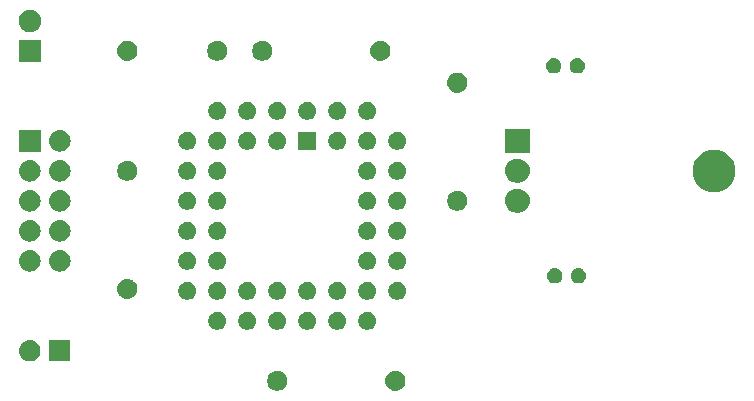
<source format=gbs>
G04 #@! TF.GenerationSoftware,KiCad,Pcbnew,(5.1.2-1)-1*
G04 #@! TF.CreationDate,2019-06-08T01:43:03+01:00*
G04 #@! TF.ProjectId,ATF Programming Board,41544620-5072-46f6-9772-616d6d696e67,rev?*
G04 #@! TF.SameCoordinates,Original*
G04 #@! TF.FileFunction,Soldermask,Bot*
G04 #@! TF.FilePolarity,Negative*
%FSLAX46Y46*%
G04 Gerber Fmt 4.6, Leading zero omitted, Abs format (unit mm)*
G04 Created by KiCad (PCBNEW (5.1.2-1)-1) date 2019-06-08 01:43:03*
%MOMM*%
%LPD*%
G04 APERTURE LIST*
%ADD10C,0.100000*%
G04 APERTURE END LIST*
D10*
G36*
X148596823Y-106476313D02*
G01*
X148757242Y-106524976D01*
X148824361Y-106560852D01*
X148905078Y-106603996D01*
X149034659Y-106710341D01*
X149141004Y-106839922D01*
X149141005Y-106839924D01*
X149220024Y-106987758D01*
X149268687Y-107148177D01*
X149285117Y-107315000D01*
X149268687Y-107481823D01*
X149220024Y-107642242D01*
X149179477Y-107718100D01*
X149141004Y-107790078D01*
X149034659Y-107919659D01*
X148905078Y-108026004D01*
X148905076Y-108026005D01*
X148757242Y-108105024D01*
X148596823Y-108153687D01*
X148471804Y-108166000D01*
X148388196Y-108166000D01*
X148263177Y-108153687D01*
X148102758Y-108105024D01*
X147954924Y-108026005D01*
X147954922Y-108026004D01*
X147825341Y-107919659D01*
X147718996Y-107790078D01*
X147680523Y-107718100D01*
X147639976Y-107642242D01*
X147591313Y-107481823D01*
X147574883Y-107315000D01*
X147591313Y-107148177D01*
X147639976Y-106987758D01*
X147718995Y-106839924D01*
X147718996Y-106839922D01*
X147825341Y-106710341D01*
X147954922Y-106603996D01*
X148035639Y-106560852D01*
X148102758Y-106524976D01*
X148263177Y-106476313D01*
X148388196Y-106464000D01*
X148471804Y-106464000D01*
X148596823Y-106476313D01*
X148596823Y-106476313D01*
G37*
G36*
X138678228Y-106496703D02*
G01*
X138833100Y-106560853D01*
X138972481Y-106653985D01*
X139091015Y-106772519D01*
X139184147Y-106911900D01*
X139248297Y-107066772D01*
X139281000Y-107231184D01*
X139281000Y-107398816D01*
X139248297Y-107563228D01*
X139184147Y-107718100D01*
X139091015Y-107857481D01*
X138972481Y-107976015D01*
X138833100Y-108069147D01*
X138678228Y-108133297D01*
X138513816Y-108166000D01*
X138346184Y-108166000D01*
X138181772Y-108133297D01*
X138026900Y-108069147D01*
X137887519Y-107976015D01*
X137768985Y-107857481D01*
X137675853Y-107718100D01*
X137611703Y-107563228D01*
X137579000Y-107398816D01*
X137579000Y-107231184D01*
X137611703Y-107066772D01*
X137675853Y-106911900D01*
X137768985Y-106772519D01*
X137887519Y-106653985D01*
X138026900Y-106560853D01*
X138181772Y-106496703D01*
X138346184Y-106464000D01*
X138513816Y-106464000D01*
X138678228Y-106496703D01*
X138678228Y-106496703D01*
G37*
G36*
X120916000Y-105676000D02*
G01*
X119114000Y-105676000D01*
X119114000Y-103874000D01*
X120916000Y-103874000D01*
X120916000Y-105676000D01*
X120916000Y-105676000D01*
G37*
G36*
X117585443Y-103880519D02*
G01*
X117651627Y-103887037D01*
X117821466Y-103938557D01*
X117977991Y-104022222D01*
X118013729Y-104051552D01*
X118115186Y-104134814D01*
X118198448Y-104236271D01*
X118227778Y-104272009D01*
X118311443Y-104428534D01*
X118362963Y-104598373D01*
X118380359Y-104775000D01*
X118362963Y-104951627D01*
X118311443Y-105121466D01*
X118227778Y-105277991D01*
X118198448Y-105313729D01*
X118115186Y-105415186D01*
X118013729Y-105498448D01*
X117977991Y-105527778D01*
X117821466Y-105611443D01*
X117651627Y-105662963D01*
X117585443Y-105669481D01*
X117519260Y-105676000D01*
X117430740Y-105676000D01*
X117364557Y-105669481D01*
X117298373Y-105662963D01*
X117128534Y-105611443D01*
X116972009Y-105527778D01*
X116936271Y-105498448D01*
X116834814Y-105415186D01*
X116751552Y-105313729D01*
X116722222Y-105277991D01*
X116638557Y-105121466D01*
X116587037Y-104951627D01*
X116569641Y-104775000D01*
X116587037Y-104598373D01*
X116638557Y-104428534D01*
X116722222Y-104272009D01*
X116751552Y-104236271D01*
X116834814Y-104134814D01*
X116936271Y-104051552D01*
X116972009Y-104022222D01*
X117128534Y-103938557D01*
X117298373Y-103887037D01*
X117364557Y-103880519D01*
X117430740Y-103874000D01*
X117519260Y-103874000D01*
X117585443Y-103880519D01*
X117585443Y-103880519D01*
G37*
G36*
X136112325Y-101502090D02*
G01*
X136251038Y-101559547D01*
X136375872Y-101642958D01*
X136482042Y-101749128D01*
X136565453Y-101873962D01*
X136622910Y-102012675D01*
X136652200Y-102159929D01*
X136652200Y-102310071D01*
X136622910Y-102457325D01*
X136565453Y-102596038D01*
X136482042Y-102720872D01*
X136375872Y-102827042D01*
X136251038Y-102910453D01*
X136112325Y-102967910D01*
X135965071Y-102997200D01*
X135814929Y-102997200D01*
X135667675Y-102967910D01*
X135528962Y-102910453D01*
X135404128Y-102827042D01*
X135297958Y-102720872D01*
X135214547Y-102596038D01*
X135157090Y-102457325D01*
X135127800Y-102310071D01*
X135127800Y-102159929D01*
X135157090Y-102012675D01*
X135214547Y-101873962D01*
X135297958Y-101749128D01*
X135404128Y-101642958D01*
X135528962Y-101559547D01*
X135667675Y-101502090D01*
X135814929Y-101472800D01*
X135965071Y-101472800D01*
X136112325Y-101502090D01*
X136112325Y-101502090D01*
G37*
G36*
X133572325Y-101502090D02*
G01*
X133711038Y-101559547D01*
X133835872Y-101642958D01*
X133942042Y-101749128D01*
X134025453Y-101873962D01*
X134082910Y-102012675D01*
X134112200Y-102159929D01*
X134112200Y-102310071D01*
X134082910Y-102457325D01*
X134025453Y-102596038D01*
X133942042Y-102720872D01*
X133835872Y-102827042D01*
X133711038Y-102910453D01*
X133572325Y-102967910D01*
X133425071Y-102997200D01*
X133274929Y-102997200D01*
X133127675Y-102967910D01*
X132988962Y-102910453D01*
X132864128Y-102827042D01*
X132757958Y-102720872D01*
X132674547Y-102596038D01*
X132617090Y-102457325D01*
X132587800Y-102310071D01*
X132587800Y-102159929D01*
X132617090Y-102012675D01*
X132674547Y-101873962D01*
X132757958Y-101749128D01*
X132864128Y-101642958D01*
X132988962Y-101559547D01*
X133127675Y-101502090D01*
X133274929Y-101472800D01*
X133425071Y-101472800D01*
X133572325Y-101502090D01*
X133572325Y-101502090D01*
G37*
G36*
X146272325Y-101502090D02*
G01*
X146411038Y-101559547D01*
X146535872Y-101642958D01*
X146642042Y-101749128D01*
X146725453Y-101873962D01*
X146782910Y-102012675D01*
X146812200Y-102159929D01*
X146812200Y-102310071D01*
X146782910Y-102457325D01*
X146725453Y-102596038D01*
X146642042Y-102720872D01*
X146535872Y-102827042D01*
X146411038Y-102910453D01*
X146272325Y-102967910D01*
X146125071Y-102997200D01*
X145974929Y-102997200D01*
X145827675Y-102967910D01*
X145688962Y-102910453D01*
X145564128Y-102827042D01*
X145457958Y-102720872D01*
X145374547Y-102596038D01*
X145317090Y-102457325D01*
X145287800Y-102310071D01*
X145287800Y-102159929D01*
X145317090Y-102012675D01*
X145374547Y-101873962D01*
X145457958Y-101749128D01*
X145564128Y-101642958D01*
X145688962Y-101559547D01*
X145827675Y-101502090D01*
X145974929Y-101472800D01*
X146125071Y-101472800D01*
X146272325Y-101502090D01*
X146272325Y-101502090D01*
G37*
G36*
X141192325Y-101502090D02*
G01*
X141331038Y-101559547D01*
X141455872Y-101642958D01*
X141562042Y-101749128D01*
X141645453Y-101873962D01*
X141702910Y-102012675D01*
X141732200Y-102159929D01*
X141732200Y-102310071D01*
X141702910Y-102457325D01*
X141645453Y-102596038D01*
X141562042Y-102720872D01*
X141455872Y-102827042D01*
X141331038Y-102910453D01*
X141192325Y-102967910D01*
X141045071Y-102997200D01*
X140894929Y-102997200D01*
X140747675Y-102967910D01*
X140608962Y-102910453D01*
X140484128Y-102827042D01*
X140377958Y-102720872D01*
X140294547Y-102596038D01*
X140237090Y-102457325D01*
X140207800Y-102310071D01*
X140207800Y-102159929D01*
X140237090Y-102012675D01*
X140294547Y-101873962D01*
X140377958Y-101749128D01*
X140484128Y-101642958D01*
X140608962Y-101559547D01*
X140747675Y-101502090D01*
X140894929Y-101472800D01*
X141045071Y-101472800D01*
X141192325Y-101502090D01*
X141192325Y-101502090D01*
G37*
G36*
X138652325Y-101502090D02*
G01*
X138791038Y-101559547D01*
X138915872Y-101642958D01*
X139022042Y-101749128D01*
X139105453Y-101873962D01*
X139162910Y-102012675D01*
X139192200Y-102159929D01*
X139192200Y-102310071D01*
X139162910Y-102457325D01*
X139105453Y-102596038D01*
X139022042Y-102720872D01*
X138915872Y-102827042D01*
X138791038Y-102910453D01*
X138652325Y-102967910D01*
X138505071Y-102997200D01*
X138354929Y-102997200D01*
X138207675Y-102967910D01*
X138068962Y-102910453D01*
X137944128Y-102827042D01*
X137837958Y-102720872D01*
X137754547Y-102596038D01*
X137697090Y-102457325D01*
X137667800Y-102310071D01*
X137667800Y-102159929D01*
X137697090Y-102012675D01*
X137754547Y-101873962D01*
X137837958Y-101749128D01*
X137944128Y-101642958D01*
X138068962Y-101559547D01*
X138207675Y-101502090D01*
X138354929Y-101472800D01*
X138505071Y-101472800D01*
X138652325Y-101502090D01*
X138652325Y-101502090D01*
G37*
G36*
X143732325Y-101502090D02*
G01*
X143871038Y-101559547D01*
X143995872Y-101642958D01*
X144102042Y-101749128D01*
X144185453Y-101873962D01*
X144242910Y-102012675D01*
X144272200Y-102159929D01*
X144272200Y-102310071D01*
X144242910Y-102457325D01*
X144185453Y-102596038D01*
X144102042Y-102720872D01*
X143995872Y-102827042D01*
X143871038Y-102910453D01*
X143732325Y-102967910D01*
X143585071Y-102997200D01*
X143434929Y-102997200D01*
X143287675Y-102967910D01*
X143148962Y-102910453D01*
X143024128Y-102827042D01*
X142917958Y-102720872D01*
X142834547Y-102596038D01*
X142777090Y-102457325D01*
X142747800Y-102310071D01*
X142747800Y-102159929D01*
X142777090Y-102012675D01*
X142834547Y-101873962D01*
X142917958Y-101749128D01*
X143024128Y-101642958D01*
X143148962Y-101559547D01*
X143287675Y-101502090D01*
X143434929Y-101472800D01*
X143585071Y-101472800D01*
X143732325Y-101502090D01*
X143732325Y-101502090D01*
G37*
G36*
X148812325Y-98962090D02*
G01*
X148951038Y-99019547D01*
X149075872Y-99102958D01*
X149182042Y-99209128D01*
X149265453Y-99333962D01*
X149322910Y-99472675D01*
X149352200Y-99619929D01*
X149352200Y-99770071D01*
X149322910Y-99917325D01*
X149265453Y-100056038D01*
X149182042Y-100180872D01*
X149075872Y-100287042D01*
X148951038Y-100370453D01*
X148812325Y-100427910D01*
X148665071Y-100457200D01*
X148514929Y-100457200D01*
X148367675Y-100427910D01*
X148228962Y-100370453D01*
X148104128Y-100287042D01*
X147997958Y-100180872D01*
X147914547Y-100056038D01*
X147857090Y-99917325D01*
X147827800Y-99770071D01*
X147827800Y-99619929D01*
X147857090Y-99472675D01*
X147914547Y-99333962D01*
X147997958Y-99209128D01*
X148104128Y-99102958D01*
X148228962Y-99019547D01*
X148367675Y-98962090D01*
X148514929Y-98932800D01*
X148665071Y-98932800D01*
X148812325Y-98962090D01*
X148812325Y-98962090D01*
G37*
G36*
X146272325Y-98962090D02*
G01*
X146411038Y-99019547D01*
X146535872Y-99102958D01*
X146642042Y-99209128D01*
X146725453Y-99333962D01*
X146782910Y-99472675D01*
X146812200Y-99619929D01*
X146812200Y-99770071D01*
X146782910Y-99917325D01*
X146725453Y-100056038D01*
X146642042Y-100180872D01*
X146535872Y-100287042D01*
X146411038Y-100370453D01*
X146272325Y-100427910D01*
X146125071Y-100457200D01*
X145974929Y-100457200D01*
X145827675Y-100427910D01*
X145688962Y-100370453D01*
X145564128Y-100287042D01*
X145457958Y-100180872D01*
X145374547Y-100056038D01*
X145317090Y-99917325D01*
X145287800Y-99770071D01*
X145287800Y-99619929D01*
X145317090Y-99472675D01*
X145374547Y-99333962D01*
X145457958Y-99209128D01*
X145564128Y-99102958D01*
X145688962Y-99019547D01*
X145827675Y-98962090D01*
X145974929Y-98932800D01*
X146125071Y-98932800D01*
X146272325Y-98962090D01*
X146272325Y-98962090D01*
G37*
G36*
X143732325Y-98962090D02*
G01*
X143871038Y-99019547D01*
X143995872Y-99102958D01*
X144102042Y-99209128D01*
X144185453Y-99333962D01*
X144242910Y-99472675D01*
X144272200Y-99619929D01*
X144272200Y-99770071D01*
X144242910Y-99917325D01*
X144185453Y-100056038D01*
X144102042Y-100180872D01*
X143995872Y-100287042D01*
X143871038Y-100370453D01*
X143732325Y-100427910D01*
X143585071Y-100457200D01*
X143434929Y-100457200D01*
X143287675Y-100427910D01*
X143148962Y-100370453D01*
X143024128Y-100287042D01*
X142917958Y-100180872D01*
X142834547Y-100056038D01*
X142777090Y-99917325D01*
X142747800Y-99770071D01*
X142747800Y-99619929D01*
X142777090Y-99472675D01*
X142834547Y-99333962D01*
X142917958Y-99209128D01*
X143024128Y-99102958D01*
X143148962Y-99019547D01*
X143287675Y-98962090D01*
X143434929Y-98932800D01*
X143585071Y-98932800D01*
X143732325Y-98962090D01*
X143732325Y-98962090D01*
G37*
G36*
X141192325Y-98962090D02*
G01*
X141331038Y-99019547D01*
X141455872Y-99102958D01*
X141562042Y-99209128D01*
X141645453Y-99333962D01*
X141702910Y-99472675D01*
X141732200Y-99619929D01*
X141732200Y-99770071D01*
X141702910Y-99917325D01*
X141645453Y-100056038D01*
X141562042Y-100180872D01*
X141455872Y-100287042D01*
X141331038Y-100370453D01*
X141192325Y-100427910D01*
X141045071Y-100457200D01*
X140894929Y-100457200D01*
X140747675Y-100427910D01*
X140608962Y-100370453D01*
X140484128Y-100287042D01*
X140377958Y-100180872D01*
X140294547Y-100056038D01*
X140237090Y-99917325D01*
X140207800Y-99770071D01*
X140207800Y-99619929D01*
X140237090Y-99472675D01*
X140294547Y-99333962D01*
X140377958Y-99209128D01*
X140484128Y-99102958D01*
X140608962Y-99019547D01*
X140747675Y-98962090D01*
X140894929Y-98932800D01*
X141045071Y-98932800D01*
X141192325Y-98962090D01*
X141192325Y-98962090D01*
G37*
G36*
X138652325Y-98962090D02*
G01*
X138791038Y-99019547D01*
X138915872Y-99102958D01*
X139022042Y-99209128D01*
X139105453Y-99333962D01*
X139162910Y-99472675D01*
X139192200Y-99619929D01*
X139192200Y-99770071D01*
X139162910Y-99917325D01*
X139105453Y-100056038D01*
X139022042Y-100180872D01*
X138915872Y-100287042D01*
X138791038Y-100370453D01*
X138652325Y-100427910D01*
X138505071Y-100457200D01*
X138354929Y-100457200D01*
X138207675Y-100427910D01*
X138068962Y-100370453D01*
X137944128Y-100287042D01*
X137837958Y-100180872D01*
X137754547Y-100056038D01*
X137697090Y-99917325D01*
X137667800Y-99770071D01*
X137667800Y-99619929D01*
X137697090Y-99472675D01*
X137754547Y-99333962D01*
X137837958Y-99209128D01*
X137944128Y-99102958D01*
X138068962Y-99019547D01*
X138207675Y-98962090D01*
X138354929Y-98932800D01*
X138505071Y-98932800D01*
X138652325Y-98962090D01*
X138652325Y-98962090D01*
G37*
G36*
X136112325Y-98962090D02*
G01*
X136251038Y-99019547D01*
X136375872Y-99102958D01*
X136482042Y-99209128D01*
X136565453Y-99333962D01*
X136622910Y-99472675D01*
X136652200Y-99619929D01*
X136652200Y-99770071D01*
X136622910Y-99917325D01*
X136565453Y-100056038D01*
X136482042Y-100180872D01*
X136375872Y-100287042D01*
X136251038Y-100370453D01*
X136112325Y-100427910D01*
X135965071Y-100457200D01*
X135814929Y-100457200D01*
X135667675Y-100427910D01*
X135528962Y-100370453D01*
X135404128Y-100287042D01*
X135297958Y-100180872D01*
X135214547Y-100056038D01*
X135157090Y-99917325D01*
X135127800Y-99770071D01*
X135127800Y-99619929D01*
X135157090Y-99472675D01*
X135214547Y-99333962D01*
X135297958Y-99209128D01*
X135404128Y-99102958D01*
X135528962Y-99019547D01*
X135667675Y-98962090D01*
X135814929Y-98932800D01*
X135965071Y-98932800D01*
X136112325Y-98962090D01*
X136112325Y-98962090D01*
G37*
G36*
X133572325Y-98962090D02*
G01*
X133711038Y-99019547D01*
X133835872Y-99102958D01*
X133942042Y-99209128D01*
X134025453Y-99333962D01*
X134082910Y-99472675D01*
X134112200Y-99619929D01*
X134112200Y-99770071D01*
X134082910Y-99917325D01*
X134025453Y-100056038D01*
X133942042Y-100180872D01*
X133835872Y-100287042D01*
X133711038Y-100370453D01*
X133572325Y-100427910D01*
X133425071Y-100457200D01*
X133274929Y-100457200D01*
X133127675Y-100427910D01*
X132988962Y-100370453D01*
X132864128Y-100287042D01*
X132757958Y-100180872D01*
X132674547Y-100056038D01*
X132617090Y-99917325D01*
X132587800Y-99770071D01*
X132587800Y-99619929D01*
X132617090Y-99472675D01*
X132674547Y-99333962D01*
X132757958Y-99209128D01*
X132864128Y-99102958D01*
X132988962Y-99019547D01*
X133127675Y-98962090D01*
X133274929Y-98932800D01*
X133425071Y-98932800D01*
X133572325Y-98962090D01*
X133572325Y-98962090D01*
G37*
G36*
X131032325Y-98962090D02*
G01*
X131171038Y-99019547D01*
X131295872Y-99102958D01*
X131402042Y-99209128D01*
X131485453Y-99333962D01*
X131542910Y-99472675D01*
X131572200Y-99619929D01*
X131572200Y-99770071D01*
X131542910Y-99917325D01*
X131485453Y-100056038D01*
X131402042Y-100180872D01*
X131295872Y-100287042D01*
X131171038Y-100370453D01*
X131032325Y-100427910D01*
X130885071Y-100457200D01*
X130734929Y-100457200D01*
X130587675Y-100427910D01*
X130448962Y-100370453D01*
X130324128Y-100287042D01*
X130217958Y-100180872D01*
X130134547Y-100056038D01*
X130077090Y-99917325D01*
X130047800Y-99770071D01*
X130047800Y-99619929D01*
X130077090Y-99472675D01*
X130134547Y-99333962D01*
X130217958Y-99209128D01*
X130324128Y-99102958D01*
X130448962Y-99019547D01*
X130587675Y-98962090D01*
X130734929Y-98932800D01*
X130885071Y-98932800D01*
X131032325Y-98962090D01*
X131032325Y-98962090D01*
G37*
G36*
X125896823Y-98696313D02*
G01*
X126057242Y-98744976D01*
X126189906Y-98815886D01*
X126205078Y-98823996D01*
X126334659Y-98930341D01*
X126441004Y-99059922D01*
X126441005Y-99059924D01*
X126520024Y-99207758D01*
X126568687Y-99368177D01*
X126585117Y-99535000D01*
X126568687Y-99701823D01*
X126520024Y-99862242D01*
X126490581Y-99917325D01*
X126441004Y-100010078D01*
X126334659Y-100139659D01*
X126205078Y-100246004D01*
X126205076Y-100246005D01*
X126057242Y-100325024D01*
X125896823Y-100373687D01*
X125771804Y-100386000D01*
X125688196Y-100386000D01*
X125563177Y-100373687D01*
X125402758Y-100325024D01*
X125254924Y-100246005D01*
X125254922Y-100246004D01*
X125125341Y-100139659D01*
X125018996Y-100010078D01*
X124969419Y-99917325D01*
X124939976Y-99862242D01*
X124891313Y-99701823D01*
X124874883Y-99535000D01*
X124891313Y-99368177D01*
X124939976Y-99207758D01*
X125018995Y-99059924D01*
X125018996Y-99059922D01*
X125125341Y-98930341D01*
X125254922Y-98823996D01*
X125270094Y-98815886D01*
X125402758Y-98744976D01*
X125563177Y-98696313D01*
X125688196Y-98684000D01*
X125771804Y-98684000D01*
X125896823Y-98696313D01*
X125896823Y-98696313D01*
G37*
G36*
X164114890Y-97799017D02*
G01*
X164233364Y-97848091D01*
X164292956Y-97887909D01*
X164339988Y-97919335D01*
X164430665Y-98010012D01*
X164501910Y-98116638D01*
X164550983Y-98235110D01*
X164576000Y-98360881D01*
X164576000Y-98489119D01*
X164550983Y-98614890D01*
X164522357Y-98684000D01*
X164501909Y-98733364D01*
X164430665Y-98839988D01*
X164339988Y-98930665D01*
X164233364Y-99001909D01*
X164233363Y-99001910D01*
X164233362Y-99001910D01*
X164114890Y-99050983D01*
X163989119Y-99076000D01*
X163860881Y-99076000D01*
X163735110Y-99050983D01*
X163616638Y-99001910D01*
X163616637Y-99001910D01*
X163616636Y-99001909D01*
X163510012Y-98930665D01*
X163419335Y-98839988D01*
X163348091Y-98733364D01*
X163327644Y-98684000D01*
X163299017Y-98614890D01*
X163274000Y-98489119D01*
X163274000Y-98360881D01*
X163299017Y-98235110D01*
X163348090Y-98116638D01*
X163419335Y-98010012D01*
X163510012Y-97919335D01*
X163557044Y-97887909D01*
X163616636Y-97848091D01*
X163735110Y-97799017D01*
X163860881Y-97774000D01*
X163989119Y-97774000D01*
X164114890Y-97799017D01*
X164114890Y-97799017D01*
G37*
G36*
X162114890Y-97799017D02*
G01*
X162233364Y-97848091D01*
X162292956Y-97887909D01*
X162339988Y-97919335D01*
X162430665Y-98010012D01*
X162501910Y-98116638D01*
X162550983Y-98235110D01*
X162576000Y-98360881D01*
X162576000Y-98489119D01*
X162550983Y-98614890D01*
X162522357Y-98684000D01*
X162501909Y-98733364D01*
X162430665Y-98839988D01*
X162339988Y-98930665D01*
X162233364Y-99001909D01*
X162233363Y-99001910D01*
X162233362Y-99001910D01*
X162114890Y-99050983D01*
X161989119Y-99076000D01*
X161860881Y-99076000D01*
X161735110Y-99050983D01*
X161616638Y-99001910D01*
X161616637Y-99001910D01*
X161616636Y-99001909D01*
X161510012Y-98930665D01*
X161419335Y-98839988D01*
X161348091Y-98733364D01*
X161327644Y-98684000D01*
X161299017Y-98614890D01*
X161274000Y-98489119D01*
X161274000Y-98360881D01*
X161299017Y-98235110D01*
X161348090Y-98116638D01*
X161419335Y-98010012D01*
X161510012Y-97919335D01*
X161557044Y-97887909D01*
X161616636Y-97848091D01*
X161735110Y-97799017D01*
X161860881Y-97774000D01*
X161989119Y-97774000D01*
X162114890Y-97799017D01*
X162114890Y-97799017D01*
G37*
G36*
X117654294Y-96253633D02*
G01*
X117826695Y-96305931D01*
X117985583Y-96390858D01*
X118124849Y-96505151D01*
X118239142Y-96644417D01*
X118324069Y-96803305D01*
X118376367Y-96975706D01*
X118394025Y-97155000D01*
X118376367Y-97334294D01*
X118324069Y-97506695D01*
X118239142Y-97665583D01*
X118124849Y-97804849D01*
X117985583Y-97919142D01*
X117826695Y-98004069D01*
X117654294Y-98056367D01*
X117519931Y-98069600D01*
X117430069Y-98069600D01*
X117295706Y-98056367D01*
X117123305Y-98004069D01*
X116964417Y-97919142D01*
X116825151Y-97804849D01*
X116710858Y-97665583D01*
X116625931Y-97506695D01*
X116573633Y-97334294D01*
X116555975Y-97155000D01*
X116573633Y-96975706D01*
X116625931Y-96803305D01*
X116710858Y-96644417D01*
X116825151Y-96505151D01*
X116964417Y-96390858D01*
X117123305Y-96305931D01*
X117295706Y-96253633D01*
X117430069Y-96240400D01*
X117519931Y-96240400D01*
X117654294Y-96253633D01*
X117654294Y-96253633D01*
G37*
G36*
X120194294Y-96253633D02*
G01*
X120366695Y-96305931D01*
X120525583Y-96390858D01*
X120664849Y-96505151D01*
X120779142Y-96644417D01*
X120864069Y-96803305D01*
X120916367Y-96975706D01*
X120934025Y-97155000D01*
X120916367Y-97334294D01*
X120864069Y-97506695D01*
X120779142Y-97665583D01*
X120664849Y-97804849D01*
X120525583Y-97919142D01*
X120366695Y-98004069D01*
X120194294Y-98056367D01*
X120059931Y-98069600D01*
X119970069Y-98069600D01*
X119835706Y-98056367D01*
X119663305Y-98004069D01*
X119504417Y-97919142D01*
X119365151Y-97804849D01*
X119250858Y-97665583D01*
X119165931Y-97506695D01*
X119113633Y-97334294D01*
X119095975Y-97155000D01*
X119113633Y-96975706D01*
X119165931Y-96803305D01*
X119250858Y-96644417D01*
X119365151Y-96505151D01*
X119504417Y-96390858D01*
X119663305Y-96305931D01*
X119835706Y-96253633D01*
X119970069Y-96240400D01*
X120059931Y-96240400D01*
X120194294Y-96253633D01*
X120194294Y-96253633D01*
G37*
G36*
X133572325Y-96422090D02*
G01*
X133711038Y-96479547D01*
X133835872Y-96562958D01*
X133942042Y-96669128D01*
X134025453Y-96793962D01*
X134082910Y-96932675D01*
X134112200Y-97079929D01*
X134112200Y-97230071D01*
X134082910Y-97377325D01*
X134025453Y-97516038D01*
X133942042Y-97640872D01*
X133835872Y-97747042D01*
X133711038Y-97830453D01*
X133572325Y-97887910D01*
X133425071Y-97917200D01*
X133274929Y-97917200D01*
X133127675Y-97887910D01*
X132988962Y-97830453D01*
X132864128Y-97747042D01*
X132757958Y-97640872D01*
X132674547Y-97516038D01*
X132617090Y-97377325D01*
X132587800Y-97230071D01*
X132587800Y-97079929D01*
X132617090Y-96932675D01*
X132674547Y-96793962D01*
X132757958Y-96669128D01*
X132864128Y-96562958D01*
X132988962Y-96479547D01*
X133127675Y-96422090D01*
X133274929Y-96392800D01*
X133425071Y-96392800D01*
X133572325Y-96422090D01*
X133572325Y-96422090D01*
G37*
G36*
X131032325Y-96422090D02*
G01*
X131171038Y-96479547D01*
X131295872Y-96562958D01*
X131402042Y-96669128D01*
X131485453Y-96793962D01*
X131542910Y-96932675D01*
X131572200Y-97079929D01*
X131572200Y-97230071D01*
X131542910Y-97377325D01*
X131485453Y-97516038D01*
X131402042Y-97640872D01*
X131295872Y-97747042D01*
X131171038Y-97830453D01*
X131032325Y-97887910D01*
X130885071Y-97917200D01*
X130734929Y-97917200D01*
X130587675Y-97887910D01*
X130448962Y-97830453D01*
X130324128Y-97747042D01*
X130217958Y-97640872D01*
X130134547Y-97516038D01*
X130077090Y-97377325D01*
X130047800Y-97230071D01*
X130047800Y-97079929D01*
X130077090Y-96932675D01*
X130134547Y-96793962D01*
X130217958Y-96669128D01*
X130324128Y-96562958D01*
X130448962Y-96479547D01*
X130587675Y-96422090D01*
X130734929Y-96392800D01*
X130885071Y-96392800D01*
X131032325Y-96422090D01*
X131032325Y-96422090D01*
G37*
G36*
X146272325Y-96422090D02*
G01*
X146411038Y-96479547D01*
X146535872Y-96562958D01*
X146642042Y-96669128D01*
X146725453Y-96793962D01*
X146782910Y-96932675D01*
X146812200Y-97079929D01*
X146812200Y-97230071D01*
X146782910Y-97377325D01*
X146725453Y-97516038D01*
X146642042Y-97640872D01*
X146535872Y-97747042D01*
X146411038Y-97830453D01*
X146272325Y-97887910D01*
X146125071Y-97917200D01*
X145974929Y-97917200D01*
X145827675Y-97887910D01*
X145688962Y-97830453D01*
X145564128Y-97747042D01*
X145457958Y-97640872D01*
X145374547Y-97516038D01*
X145317090Y-97377325D01*
X145287800Y-97230071D01*
X145287800Y-97079929D01*
X145317090Y-96932675D01*
X145374547Y-96793962D01*
X145457958Y-96669128D01*
X145564128Y-96562958D01*
X145688962Y-96479547D01*
X145827675Y-96422090D01*
X145974929Y-96392800D01*
X146125071Y-96392800D01*
X146272325Y-96422090D01*
X146272325Y-96422090D01*
G37*
G36*
X148812325Y-96422090D02*
G01*
X148951038Y-96479547D01*
X149075872Y-96562958D01*
X149182042Y-96669128D01*
X149265453Y-96793962D01*
X149322910Y-96932675D01*
X149352200Y-97079929D01*
X149352200Y-97230071D01*
X149322910Y-97377325D01*
X149265453Y-97516038D01*
X149182042Y-97640872D01*
X149075872Y-97747042D01*
X148951038Y-97830453D01*
X148812325Y-97887910D01*
X148665071Y-97917200D01*
X148514929Y-97917200D01*
X148367675Y-97887910D01*
X148228962Y-97830453D01*
X148104128Y-97747042D01*
X147997958Y-97640872D01*
X147914547Y-97516038D01*
X147857090Y-97377325D01*
X147827800Y-97230071D01*
X147827800Y-97079929D01*
X147857090Y-96932675D01*
X147914547Y-96793962D01*
X147997958Y-96669128D01*
X148104128Y-96562958D01*
X148228962Y-96479547D01*
X148367675Y-96422090D01*
X148514929Y-96392800D01*
X148665071Y-96392800D01*
X148812325Y-96422090D01*
X148812325Y-96422090D01*
G37*
G36*
X117654294Y-93713633D02*
G01*
X117826695Y-93765931D01*
X117985583Y-93850858D01*
X118124849Y-93965151D01*
X118239142Y-94104417D01*
X118324069Y-94263305D01*
X118376367Y-94435706D01*
X118394025Y-94615000D01*
X118376367Y-94794294D01*
X118324069Y-94966695D01*
X118239142Y-95125583D01*
X118124849Y-95264849D01*
X117985583Y-95379142D01*
X117826695Y-95464069D01*
X117654294Y-95516367D01*
X117519931Y-95529600D01*
X117430069Y-95529600D01*
X117295706Y-95516367D01*
X117123305Y-95464069D01*
X116964417Y-95379142D01*
X116825151Y-95264849D01*
X116710858Y-95125583D01*
X116625931Y-94966695D01*
X116573633Y-94794294D01*
X116555975Y-94615000D01*
X116573633Y-94435706D01*
X116625931Y-94263305D01*
X116710858Y-94104417D01*
X116825151Y-93965151D01*
X116964417Y-93850858D01*
X117123305Y-93765931D01*
X117295706Y-93713633D01*
X117430069Y-93700400D01*
X117519931Y-93700400D01*
X117654294Y-93713633D01*
X117654294Y-93713633D01*
G37*
G36*
X120194294Y-93713633D02*
G01*
X120366695Y-93765931D01*
X120525583Y-93850858D01*
X120664849Y-93965151D01*
X120779142Y-94104417D01*
X120864069Y-94263305D01*
X120916367Y-94435706D01*
X120934025Y-94615000D01*
X120916367Y-94794294D01*
X120864069Y-94966695D01*
X120779142Y-95125583D01*
X120664849Y-95264849D01*
X120525583Y-95379142D01*
X120366695Y-95464069D01*
X120194294Y-95516367D01*
X120059931Y-95529600D01*
X119970069Y-95529600D01*
X119835706Y-95516367D01*
X119663305Y-95464069D01*
X119504417Y-95379142D01*
X119365151Y-95264849D01*
X119250858Y-95125583D01*
X119165931Y-94966695D01*
X119113633Y-94794294D01*
X119095975Y-94615000D01*
X119113633Y-94435706D01*
X119165931Y-94263305D01*
X119250858Y-94104417D01*
X119365151Y-93965151D01*
X119504417Y-93850858D01*
X119663305Y-93765931D01*
X119835706Y-93713633D01*
X119970069Y-93700400D01*
X120059931Y-93700400D01*
X120194294Y-93713633D01*
X120194294Y-93713633D01*
G37*
G36*
X131032325Y-93882090D02*
G01*
X131171038Y-93939547D01*
X131295872Y-94022958D01*
X131402042Y-94129128D01*
X131485453Y-94253962D01*
X131542910Y-94392675D01*
X131572200Y-94539929D01*
X131572200Y-94690071D01*
X131542910Y-94837325D01*
X131485453Y-94976038D01*
X131402042Y-95100872D01*
X131295872Y-95207042D01*
X131171038Y-95290453D01*
X131032325Y-95347910D01*
X130885071Y-95377200D01*
X130734929Y-95377200D01*
X130587675Y-95347910D01*
X130448962Y-95290453D01*
X130324128Y-95207042D01*
X130217958Y-95100872D01*
X130134547Y-94976038D01*
X130077090Y-94837325D01*
X130047800Y-94690071D01*
X130047800Y-94539929D01*
X130077090Y-94392675D01*
X130134547Y-94253962D01*
X130217958Y-94129128D01*
X130324128Y-94022958D01*
X130448962Y-93939547D01*
X130587675Y-93882090D01*
X130734929Y-93852800D01*
X130885071Y-93852800D01*
X131032325Y-93882090D01*
X131032325Y-93882090D01*
G37*
G36*
X133572325Y-93882090D02*
G01*
X133711038Y-93939547D01*
X133835872Y-94022958D01*
X133942042Y-94129128D01*
X134025453Y-94253962D01*
X134082910Y-94392675D01*
X134112200Y-94539929D01*
X134112200Y-94690071D01*
X134082910Y-94837325D01*
X134025453Y-94976038D01*
X133942042Y-95100872D01*
X133835872Y-95207042D01*
X133711038Y-95290453D01*
X133572325Y-95347910D01*
X133425071Y-95377200D01*
X133274929Y-95377200D01*
X133127675Y-95347910D01*
X132988962Y-95290453D01*
X132864128Y-95207042D01*
X132757958Y-95100872D01*
X132674547Y-94976038D01*
X132617090Y-94837325D01*
X132587800Y-94690071D01*
X132587800Y-94539929D01*
X132617090Y-94392675D01*
X132674547Y-94253962D01*
X132757958Y-94129128D01*
X132864128Y-94022958D01*
X132988962Y-93939547D01*
X133127675Y-93882090D01*
X133274929Y-93852800D01*
X133425071Y-93852800D01*
X133572325Y-93882090D01*
X133572325Y-93882090D01*
G37*
G36*
X146272325Y-93882090D02*
G01*
X146411038Y-93939547D01*
X146535872Y-94022958D01*
X146642042Y-94129128D01*
X146725453Y-94253962D01*
X146782910Y-94392675D01*
X146812200Y-94539929D01*
X146812200Y-94690071D01*
X146782910Y-94837325D01*
X146725453Y-94976038D01*
X146642042Y-95100872D01*
X146535872Y-95207042D01*
X146411038Y-95290453D01*
X146272325Y-95347910D01*
X146125071Y-95377200D01*
X145974929Y-95377200D01*
X145827675Y-95347910D01*
X145688962Y-95290453D01*
X145564128Y-95207042D01*
X145457958Y-95100872D01*
X145374547Y-94976038D01*
X145317090Y-94837325D01*
X145287800Y-94690071D01*
X145287800Y-94539929D01*
X145317090Y-94392675D01*
X145374547Y-94253962D01*
X145457958Y-94129128D01*
X145564128Y-94022958D01*
X145688962Y-93939547D01*
X145827675Y-93882090D01*
X145974929Y-93852800D01*
X146125071Y-93852800D01*
X146272325Y-93882090D01*
X146272325Y-93882090D01*
G37*
G36*
X148812325Y-93882090D02*
G01*
X148951038Y-93939547D01*
X149075872Y-94022958D01*
X149182042Y-94129128D01*
X149265453Y-94253962D01*
X149322910Y-94392675D01*
X149352200Y-94539929D01*
X149352200Y-94690071D01*
X149322910Y-94837325D01*
X149265453Y-94976038D01*
X149182042Y-95100872D01*
X149075872Y-95207042D01*
X148951038Y-95290453D01*
X148812325Y-95347910D01*
X148665071Y-95377200D01*
X148514929Y-95377200D01*
X148367675Y-95347910D01*
X148228962Y-95290453D01*
X148104128Y-95207042D01*
X147997958Y-95100872D01*
X147914547Y-94976038D01*
X147857090Y-94837325D01*
X147827800Y-94690071D01*
X147827800Y-94539929D01*
X147857090Y-94392675D01*
X147914547Y-94253962D01*
X147997958Y-94129128D01*
X148104128Y-94022958D01*
X148228962Y-93939547D01*
X148367675Y-93882090D01*
X148514929Y-93852800D01*
X148665071Y-93852800D01*
X148812325Y-93882090D01*
X148812325Y-93882090D01*
G37*
G36*
X158895936Y-91076340D02*
G01*
X158994220Y-91086020D01*
X159183381Y-91143401D01*
X159357712Y-91236583D01*
X159510515Y-91361985D01*
X159635917Y-91514788D01*
X159729099Y-91689119D01*
X159786480Y-91878280D01*
X159805855Y-92075000D01*
X159786480Y-92271720D01*
X159729099Y-92460881D01*
X159635917Y-92635212D01*
X159510515Y-92788015D01*
X159357712Y-92913417D01*
X159183381Y-93006599D01*
X158994220Y-93063980D01*
X158895936Y-93073660D01*
X158846795Y-93078500D01*
X158653205Y-93078500D01*
X158604064Y-93073660D01*
X158505780Y-93063980D01*
X158316619Y-93006599D01*
X158142288Y-92913417D01*
X157989485Y-92788015D01*
X157864083Y-92635212D01*
X157770901Y-92460881D01*
X157713520Y-92271720D01*
X157694145Y-92075000D01*
X157713520Y-91878280D01*
X157770901Y-91689119D01*
X157864083Y-91514788D01*
X157989485Y-91361985D01*
X158142288Y-91236583D01*
X158316619Y-91143401D01*
X158505780Y-91086020D01*
X158604064Y-91076340D01*
X158653205Y-91071500D01*
X158846795Y-91071500D01*
X158895936Y-91076340D01*
X158895936Y-91076340D01*
G37*
G36*
X120194294Y-91173633D02*
G01*
X120366695Y-91225931D01*
X120525583Y-91310858D01*
X120664849Y-91425151D01*
X120779142Y-91564417D01*
X120864069Y-91723305D01*
X120916367Y-91895706D01*
X120934025Y-92075000D01*
X120916367Y-92254294D01*
X120864069Y-92426695D01*
X120779142Y-92585583D01*
X120664849Y-92724849D01*
X120525583Y-92839142D01*
X120366695Y-92924069D01*
X120194294Y-92976367D01*
X120059931Y-92989600D01*
X119970069Y-92989600D01*
X119835706Y-92976367D01*
X119663305Y-92924069D01*
X119504417Y-92839142D01*
X119365151Y-92724849D01*
X119250858Y-92585583D01*
X119165931Y-92426695D01*
X119113633Y-92254294D01*
X119095975Y-92075000D01*
X119113633Y-91895706D01*
X119165931Y-91723305D01*
X119250858Y-91564417D01*
X119365151Y-91425151D01*
X119504417Y-91310858D01*
X119663305Y-91225931D01*
X119835706Y-91173633D01*
X119970069Y-91160400D01*
X120059931Y-91160400D01*
X120194294Y-91173633D01*
X120194294Y-91173633D01*
G37*
G36*
X117654294Y-91173633D02*
G01*
X117826695Y-91225931D01*
X117985583Y-91310858D01*
X118124849Y-91425151D01*
X118239142Y-91564417D01*
X118324069Y-91723305D01*
X118376367Y-91895706D01*
X118394025Y-92075000D01*
X118376367Y-92254294D01*
X118324069Y-92426695D01*
X118239142Y-92585583D01*
X118124849Y-92724849D01*
X117985583Y-92839142D01*
X117826695Y-92924069D01*
X117654294Y-92976367D01*
X117519931Y-92989600D01*
X117430069Y-92989600D01*
X117295706Y-92976367D01*
X117123305Y-92924069D01*
X116964417Y-92839142D01*
X116825151Y-92724849D01*
X116710858Y-92585583D01*
X116625931Y-92426695D01*
X116573633Y-92254294D01*
X116555975Y-92075000D01*
X116573633Y-91895706D01*
X116625931Y-91723305D01*
X116710858Y-91564417D01*
X116825151Y-91425151D01*
X116964417Y-91310858D01*
X117123305Y-91225931D01*
X117295706Y-91173633D01*
X117430069Y-91160400D01*
X117519931Y-91160400D01*
X117654294Y-91173633D01*
X117654294Y-91173633D01*
G37*
G36*
X153918228Y-91251703D02*
G01*
X154073100Y-91315853D01*
X154212481Y-91408985D01*
X154331015Y-91527519D01*
X154424147Y-91666900D01*
X154488297Y-91821772D01*
X154521000Y-91986184D01*
X154521000Y-92153816D01*
X154488297Y-92318228D01*
X154424147Y-92473100D01*
X154331015Y-92612481D01*
X154212481Y-92731015D01*
X154073100Y-92824147D01*
X153918228Y-92888297D01*
X153753816Y-92921000D01*
X153586184Y-92921000D01*
X153421772Y-92888297D01*
X153266900Y-92824147D01*
X153127519Y-92731015D01*
X153008985Y-92612481D01*
X152915853Y-92473100D01*
X152851703Y-92318228D01*
X152819000Y-92153816D01*
X152819000Y-91986184D01*
X152851703Y-91821772D01*
X152915853Y-91666900D01*
X153008985Y-91527519D01*
X153127519Y-91408985D01*
X153266900Y-91315853D01*
X153421772Y-91251703D01*
X153586184Y-91219000D01*
X153753816Y-91219000D01*
X153918228Y-91251703D01*
X153918228Y-91251703D01*
G37*
G36*
X133572325Y-91342090D02*
G01*
X133711038Y-91399547D01*
X133835872Y-91482958D01*
X133942042Y-91589128D01*
X134025453Y-91713962D01*
X134082910Y-91852675D01*
X134112200Y-91999929D01*
X134112200Y-92150071D01*
X134082910Y-92297325D01*
X134025453Y-92436038D01*
X133942042Y-92560872D01*
X133835872Y-92667042D01*
X133711038Y-92750453D01*
X133572325Y-92807910D01*
X133425071Y-92837200D01*
X133274929Y-92837200D01*
X133127675Y-92807910D01*
X132988962Y-92750453D01*
X132864128Y-92667042D01*
X132757958Y-92560872D01*
X132674547Y-92436038D01*
X132617090Y-92297325D01*
X132587800Y-92150071D01*
X132587800Y-91999929D01*
X132617090Y-91852675D01*
X132674547Y-91713962D01*
X132757958Y-91589128D01*
X132864128Y-91482958D01*
X132988962Y-91399547D01*
X133127675Y-91342090D01*
X133274929Y-91312800D01*
X133425071Y-91312800D01*
X133572325Y-91342090D01*
X133572325Y-91342090D01*
G37*
G36*
X148812325Y-91342090D02*
G01*
X148951038Y-91399547D01*
X149075872Y-91482958D01*
X149182042Y-91589128D01*
X149265453Y-91713962D01*
X149322910Y-91852675D01*
X149352200Y-91999929D01*
X149352200Y-92150071D01*
X149322910Y-92297325D01*
X149265453Y-92436038D01*
X149182042Y-92560872D01*
X149075872Y-92667042D01*
X148951038Y-92750453D01*
X148812325Y-92807910D01*
X148665071Y-92837200D01*
X148514929Y-92837200D01*
X148367675Y-92807910D01*
X148228962Y-92750453D01*
X148104128Y-92667042D01*
X147997958Y-92560872D01*
X147914547Y-92436038D01*
X147857090Y-92297325D01*
X147827800Y-92150071D01*
X147827800Y-91999929D01*
X147857090Y-91852675D01*
X147914547Y-91713962D01*
X147997958Y-91589128D01*
X148104128Y-91482958D01*
X148228962Y-91399547D01*
X148367675Y-91342090D01*
X148514929Y-91312800D01*
X148665071Y-91312800D01*
X148812325Y-91342090D01*
X148812325Y-91342090D01*
G37*
G36*
X146272325Y-91342090D02*
G01*
X146411038Y-91399547D01*
X146535872Y-91482958D01*
X146642042Y-91589128D01*
X146725453Y-91713962D01*
X146782910Y-91852675D01*
X146812200Y-91999929D01*
X146812200Y-92150071D01*
X146782910Y-92297325D01*
X146725453Y-92436038D01*
X146642042Y-92560872D01*
X146535872Y-92667042D01*
X146411038Y-92750453D01*
X146272325Y-92807910D01*
X146125071Y-92837200D01*
X145974929Y-92837200D01*
X145827675Y-92807910D01*
X145688962Y-92750453D01*
X145564128Y-92667042D01*
X145457958Y-92560872D01*
X145374547Y-92436038D01*
X145317090Y-92297325D01*
X145287800Y-92150071D01*
X145287800Y-91999929D01*
X145317090Y-91852675D01*
X145374547Y-91713962D01*
X145457958Y-91589128D01*
X145564128Y-91482958D01*
X145688962Y-91399547D01*
X145827675Y-91342090D01*
X145974929Y-91312800D01*
X146125071Y-91312800D01*
X146272325Y-91342090D01*
X146272325Y-91342090D01*
G37*
G36*
X131032325Y-91342090D02*
G01*
X131171038Y-91399547D01*
X131295872Y-91482958D01*
X131402042Y-91589128D01*
X131485453Y-91713962D01*
X131542910Y-91852675D01*
X131572200Y-91999929D01*
X131572200Y-92150071D01*
X131542910Y-92297325D01*
X131485453Y-92436038D01*
X131402042Y-92560872D01*
X131295872Y-92667042D01*
X131171038Y-92750453D01*
X131032325Y-92807910D01*
X130885071Y-92837200D01*
X130734929Y-92837200D01*
X130587675Y-92807910D01*
X130448962Y-92750453D01*
X130324128Y-92667042D01*
X130217958Y-92560872D01*
X130134547Y-92436038D01*
X130077090Y-92297325D01*
X130047800Y-92150071D01*
X130047800Y-91999929D01*
X130077090Y-91852675D01*
X130134547Y-91713962D01*
X130217958Y-91589128D01*
X130324128Y-91482958D01*
X130448962Y-91399547D01*
X130587675Y-91342090D01*
X130734929Y-91312800D01*
X130885071Y-91312800D01*
X131032325Y-91342090D01*
X131032325Y-91342090D01*
G37*
G36*
X175586669Y-87742686D02*
G01*
X175763058Y-87760059D01*
X176102548Y-87863042D01*
X176102550Y-87863043D01*
X176415422Y-88030277D01*
X176689661Y-88255339D01*
X176914723Y-88529578D01*
X177071018Y-88821985D01*
X177081958Y-88842452D01*
X177184941Y-89181942D01*
X177219714Y-89535000D01*
X177184941Y-89888058D01*
X177081958Y-90227548D01*
X177081957Y-90227550D01*
X176914723Y-90540422D01*
X176689661Y-90814661D01*
X176415422Y-91039723D01*
X176164893Y-91173634D01*
X176102548Y-91206958D01*
X175763058Y-91309941D01*
X175586669Y-91327314D01*
X175498476Y-91336000D01*
X175321524Y-91336000D01*
X175233331Y-91327314D01*
X175056942Y-91309941D01*
X174717452Y-91206958D01*
X174655107Y-91173634D01*
X174404578Y-91039723D01*
X174130339Y-90814661D01*
X173905277Y-90540422D01*
X173738043Y-90227550D01*
X173738042Y-90227548D01*
X173635059Y-89888058D01*
X173600286Y-89535000D01*
X173635059Y-89181942D01*
X173738042Y-88842452D01*
X173748982Y-88821985D01*
X173905277Y-88529578D01*
X174130339Y-88255339D01*
X174404578Y-88030277D01*
X174717450Y-87863043D01*
X174717452Y-87863042D01*
X175056942Y-87760059D01*
X175233331Y-87742686D01*
X175321524Y-87734000D01*
X175498476Y-87734000D01*
X175586669Y-87742686D01*
X175586669Y-87742686D01*
G37*
G36*
X158895936Y-88536340D02*
G01*
X158994220Y-88546020D01*
X159183381Y-88603401D01*
X159357712Y-88696583D01*
X159510515Y-88821985D01*
X159635917Y-88974788D01*
X159729099Y-89149119D01*
X159786480Y-89338280D01*
X159805855Y-89535000D01*
X159786480Y-89731720D01*
X159729099Y-89920881D01*
X159635917Y-90095212D01*
X159510515Y-90248015D01*
X159357712Y-90373417D01*
X159183381Y-90466599D01*
X158994220Y-90523980D01*
X158895936Y-90533660D01*
X158846795Y-90538500D01*
X158653205Y-90538500D01*
X158604064Y-90533660D01*
X158505780Y-90523980D01*
X158316619Y-90466599D01*
X158142288Y-90373417D01*
X157989485Y-90248015D01*
X157864083Y-90095212D01*
X157770901Y-89920881D01*
X157713520Y-89731720D01*
X157694145Y-89535000D01*
X157713520Y-89338280D01*
X157770901Y-89149119D01*
X157864083Y-88974788D01*
X157989485Y-88821985D01*
X158142288Y-88696583D01*
X158316619Y-88603401D01*
X158505780Y-88546020D01*
X158604064Y-88536340D01*
X158653205Y-88531500D01*
X158846795Y-88531500D01*
X158895936Y-88536340D01*
X158895936Y-88536340D01*
G37*
G36*
X117654294Y-88633633D02*
G01*
X117826695Y-88685931D01*
X117985583Y-88770858D01*
X118124849Y-88885151D01*
X118239142Y-89024417D01*
X118324069Y-89183305D01*
X118376367Y-89355706D01*
X118394025Y-89535000D01*
X118376367Y-89714294D01*
X118324069Y-89886695D01*
X118239142Y-90045583D01*
X118124849Y-90184849D01*
X117985583Y-90299142D01*
X117826695Y-90384069D01*
X117654294Y-90436367D01*
X117519931Y-90449600D01*
X117430069Y-90449600D01*
X117295706Y-90436367D01*
X117123305Y-90384069D01*
X116964417Y-90299142D01*
X116825151Y-90184849D01*
X116710858Y-90045583D01*
X116625931Y-89886695D01*
X116573633Y-89714294D01*
X116555975Y-89535000D01*
X116573633Y-89355706D01*
X116625931Y-89183305D01*
X116710858Y-89024417D01*
X116825151Y-88885151D01*
X116964417Y-88770858D01*
X117123305Y-88685931D01*
X117295706Y-88633633D01*
X117430069Y-88620400D01*
X117519931Y-88620400D01*
X117654294Y-88633633D01*
X117654294Y-88633633D01*
G37*
G36*
X120194294Y-88633633D02*
G01*
X120366695Y-88685931D01*
X120525583Y-88770858D01*
X120664849Y-88885151D01*
X120779142Y-89024417D01*
X120864069Y-89183305D01*
X120916367Y-89355706D01*
X120934025Y-89535000D01*
X120916367Y-89714294D01*
X120864069Y-89886695D01*
X120779142Y-90045583D01*
X120664849Y-90184849D01*
X120525583Y-90299142D01*
X120366695Y-90384069D01*
X120194294Y-90436367D01*
X120059931Y-90449600D01*
X119970069Y-90449600D01*
X119835706Y-90436367D01*
X119663305Y-90384069D01*
X119504417Y-90299142D01*
X119365151Y-90184849D01*
X119250858Y-90045583D01*
X119165931Y-89886695D01*
X119113633Y-89714294D01*
X119095975Y-89535000D01*
X119113633Y-89355706D01*
X119165931Y-89183305D01*
X119250858Y-89024417D01*
X119365151Y-88885151D01*
X119504417Y-88770858D01*
X119663305Y-88685931D01*
X119835706Y-88633633D01*
X119970069Y-88620400D01*
X120059931Y-88620400D01*
X120194294Y-88633633D01*
X120194294Y-88633633D01*
G37*
G36*
X125978228Y-88716703D02*
G01*
X126133100Y-88780853D01*
X126272481Y-88873985D01*
X126391015Y-88992519D01*
X126484147Y-89131900D01*
X126548297Y-89286772D01*
X126581000Y-89451184D01*
X126581000Y-89618816D01*
X126548297Y-89783228D01*
X126484147Y-89938100D01*
X126391015Y-90077481D01*
X126272481Y-90196015D01*
X126133100Y-90289147D01*
X125978228Y-90353297D01*
X125813816Y-90386000D01*
X125646184Y-90386000D01*
X125481772Y-90353297D01*
X125326900Y-90289147D01*
X125187519Y-90196015D01*
X125068985Y-90077481D01*
X124975853Y-89938100D01*
X124911703Y-89783228D01*
X124879000Y-89618816D01*
X124879000Y-89451184D01*
X124911703Y-89286772D01*
X124975853Y-89131900D01*
X125068985Y-88992519D01*
X125187519Y-88873985D01*
X125326900Y-88780853D01*
X125481772Y-88716703D01*
X125646184Y-88684000D01*
X125813816Y-88684000D01*
X125978228Y-88716703D01*
X125978228Y-88716703D01*
G37*
G36*
X131032325Y-88802090D02*
G01*
X131171038Y-88859547D01*
X131295872Y-88942958D01*
X131402042Y-89049128D01*
X131485453Y-89173962D01*
X131542910Y-89312675D01*
X131572200Y-89459929D01*
X131572200Y-89610071D01*
X131542910Y-89757325D01*
X131485453Y-89896038D01*
X131402042Y-90020872D01*
X131295872Y-90127042D01*
X131171038Y-90210453D01*
X131032325Y-90267910D01*
X130885071Y-90297200D01*
X130734929Y-90297200D01*
X130587675Y-90267910D01*
X130448962Y-90210453D01*
X130324128Y-90127042D01*
X130217958Y-90020872D01*
X130134547Y-89896038D01*
X130077090Y-89757325D01*
X130047800Y-89610071D01*
X130047800Y-89459929D01*
X130077090Y-89312675D01*
X130134547Y-89173962D01*
X130217958Y-89049128D01*
X130324128Y-88942958D01*
X130448962Y-88859547D01*
X130587675Y-88802090D01*
X130734929Y-88772800D01*
X130885071Y-88772800D01*
X131032325Y-88802090D01*
X131032325Y-88802090D01*
G37*
G36*
X148812325Y-88802090D02*
G01*
X148951038Y-88859547D01*
X149075872Y-88942958D01*
X149182042Y-89049128D01*
X149265453Y-89173962D01*
X149322910Y-89312675D01*
X149352200Y-89459929D01*
X149352200Y-89610071D01*
X149322910Y-89757325D01*
X149265453Y-89896038D01*
X149182042Y-90020872D01*
X149075872Y-90127042D01*
X148951038Y-90210453D01*
X148812325Y-90267910D01*
X148665071Y-90297200D01*
X148514929Y-90297200D01*
X148367675Y-90267910D01*
X148228962Y-90210453D01*
X148104128Y-90127042D01*
X147997958Y-90020872D01*
X147914547Y-89896038D01*
X147857090Y-89757325D01*
X147827800Y-89610071D01*
X147827800Y-89459929D01*
X147857090Y-89312675D01*
X147914547Y-89173962D01*
X147997958Y-89049128D01*
X148104128Y-88942958D01*
X148228962Y-88859547D01*
X148367675Y-88802090D01*
X148514929Y-88772800D01*
X148665071Y-88772800D01*
X148812325Y-88802090D01*
X148812325Y-88802090D01*
G37*
G36*
X146272325Y-88802090D02*
G01*
X146411038Y-88859547D01*
X146535872Y-88942958D01*
X146642042Y-89049128D01*
X146725453Y-89173962D01*
X146782910Y-89312675D01*
X146812200Y-89459929D01*
X146812200Y-89610071D01*
X146782910Y-89757325D01*
X146725453Y-89896038D01*
X146642042Y-90020872D01*
X146535872Y-90127042D01*
X146411038Y-90210453D01*
X146272325Y-90267910D01*
X146125071Y-90297200D01*
X145974929Y-90297200D01*
X145827675Y-90267910D01*
X145688962Y-90210453D01*
X145564128Y-90127042D01*
X145457958Y-90020872D01*
X145374547Y-89896038D01*
X145317090Y-89757325D01*
X145287800Y-89610071D01*
X145287800Y-89459929D01*
X145317090Y-89312675D01*
X145374547Y-89173962D01*
X145457958Y-89049128D01*
X145564128Y-88942958D01*
X145688962Y-88859547D01*
X145827675Y-88802090D01*
X145974929Y-88772800D01*
X146125071Y-88772800D01*
X146272325Y-88802090D01*
X146272325Y-88802090D01*
G37*
G36*
X133572325Y-88802090D02*
G01*
X133711038Y-88859547D01*
X133835872Y-88942958D01*
X133942042Y-89049128D01*
X134025453Y-89173962D01*
X134082910Y-89312675D01*
X134112200Y-89459929D01*
X134112200Y-89610071D01*
X134082910Y-89757325D01*
X134025453Y-89896038D01*
X133942042Y-90020872D01*
X133835872Y-90127042D01*
X133711038Y-90210453D01*
X133572325Y-90267910D01*
X133425071Y-90297200D01*
X133274929Y-90297200D01*
X133127675Y-90267910D01*
X132988962Y-90210453D01*
X132864128Y-90127042D01*
X132757958Y-90020872D01*
X132674547Y-89896038D01*
X132617090Y-89757325D01*
X132587800Y-89610071D01*
X132587800Y-89459929D01*
X132617090Y-89312675D01*
X132674547Y-89173962D01*
X132757958Y-89049128D01*
X132864128Y-88942958D01*
X132988962Y-88859547D01*
X133127675Y-88802090D01*
X133274929Y-88772800D01*
X133425071Y-88772800D01*
X133572325Y-88802090D01*
X133572325Y-88802090D01*
G37*
G36*
X159801000Y-87998500D02*
G01*
X157699000Y-87998500D01*
X157699000Y-85991500D01*
X159801000Y-85991500D01*
X159801000Y-87998500D01*
X159801000Y-87998500D01*
G37*
G36*
X118389600Y-87909600D02*
G01*
X116560400Y-87909600D01*
X116560400Y-86080400D01*
X118389600Y-86080400D01*
X118389600Y-87909600D01*
X118389600Y-87909600D01*
G37*
G36*
X120194294Y-86093633D02*
G01*
X120366695Y-86145931D01*
X120525583Y-86230858D01*
X120664849Y-86345151D01*
X120779142Y-86484417D01*
X120864069Y-86643305D01*
X120916367Y-86815706D01*
X120934025Y-86995000D01*
X120916367Y-87174294D01*
X120864069Y-87346695D01*
X120779142Y-87505583D01*
X120664849Y-87644849D01*
X120525583Y-87759142D01*
X120366695Y-87844069D01*
X120194294Y-87896367D01*
X120059931Y-87909600D01*
X119970069Y-87909600D01*
X119835706Y-87896367D01*
X119663305Y-87844069D01*
X119504417Y-87759142D01*
X119365151Y-87644849D01*
X119250858Y-87505583D01*
X119165931Y-87346695D01*
X119113633Y-87174294D01*
X119095975Y-86995000D01*
X119113633Y-86815706D01*
X119165931Y-86643305D01*
X119250858Y-86484417D01*
X119365151Y-86345151D01*
X119504417Y-86230858D01*
X119663305Y-86145931D01*
X119835706Y-86093633D01*
X119970069Y-86080400D01*
X120059931Y-86080400D01*
X120194294Y-86093633D01*
X120194294Y-86093633D01*
G37*
G36*
X131032325Y-86262090D02*
G01*
X131171038Y-86319547D01*
X131295872Y-86402958D01*
X131402042Y-86509128D01*
X131485453Y-86633962D01*
X131542910Y-86772675D01*
X131572200Y-86919929D01*
X131572200Y-87070071D01*
X131542910Y-87217325D01*
X131485453Y-87356038D01*
X131402042Y-87480872D01*
X131295872Y-87587042D01*
X131171038Y-87670453D01*
X131032325Y-87727910D01*
X130885071Y-87757200D01*
X130734929Y-87757200D01*
X130587675Y-87727910D01*
X130448962Y-87670453D01*
X130324128Y-87587042D01*
X130217958Y-87480872D01*
X130134547Y-87356038D01*
X130077090Y-87217325D01*
X130047800Y-87070071D01*
X130047800Y-86919929D01*
X130077090Y-86772675D01*
X130134547Y-86633962D01*
X130217958Y-86509128D01*
X130324128Y-86402958D01*
X130448962Y-86319547D01*
X130587675Y-86262090D01*
X130734929Y-86232800D01*
X130885071Y-86232800D01*
X131032325Y-86262090D01*
X131032325Y-86262090D01*
G37*
G36*
X133572325Y-86262090D02*
G01*
X133711038Y-86319547D01*
X133835872Y-86402958D01*
X133942042Y-86509128D01*
X134025453Y-86633962D01*
X134082910Y-86772675D01*
X134112200Y-86919929D01*
X134112200Y-87070071D01*
X134082910Y-87217325D01*
X134025453Y-87356038D01*
X133942042Y-87480872D01*
X133835872Y-87587042D01*
X133711038Y-87670453D01*
X133572325Y-87727910D01*
X133425071Y-87757200D01*
X133274929Y-87757200D01*
X133127675Y-87727910D01*
X132988962Y-87670453D01*
X132864128Y-87587042D01*
X132757958Y-87480872D01*
X132674547Y-87356038D01*
X132617090Y-87217325D01*
X132587800Y-87070071D01*
X132587800Y-86919929D01*
X132617090Y-86772675D01*
X132674547Y-86633962D01*
X132757958Y-86509128D01*
X132864128Y-86402958D01*
X132988962Y-86319547D01*
X133127675Y-86262090D01*
X133274929Y-86232800D01*
X133425071Y-86232800D01*
X133572325Y-86262090D01*
X133572325Y-86262090D01*
G37*
G36*
X136112325Y-86262090D02*
G01*
X136251038Y-86319547D01*
X136375872Y-86402958D01*
X136482042Y-86509128D01*
X136565453Y-86633962D01*
X136622910Y-86772675D01*
X136652200Y-86919929D01*
X136652200Y-87070071D01*
X136622910Y-87217325D01*
X136565453Y-87356038D01*
X136482042Y-87480872D01*
X136375872Y-87587042D01*
X136251038Y-87670453D01*
X136112325Y-87727910D01*
X135965071Y-87757200D01*
X135814929Y-87757200D01*
X135667675Y-87727910D01*
X135528962Y-87670453D01*
X135404128Y-87587042D01*
X135297958Y-87480872D01*
X135214547Y-87356038D01*
X135157090Y-87217325D01*
X135127800Y-87070071D01*
X135127800Y-86919929D01*
X135157090Y-86772675D01*
X135214547Y-86633962D01*
X135297958Y-86509128D01*
X135404128Y-86402958D01*
X135528962Y-86319547D01*
X135667675Y-86262090D01*
X135814929Y-86232800D01*
X135965071Y-86232800D01*
X136112325Y-86262090D01*
X136112325Y-86262090D01*
G37*
G36*
X141732200Y-87757200D02*
G01*
X140207800Y-87757200D01*
X140207800Y-86232800D01*
X141732200Y-86232800D01*
X141732200Y-87757200D01*
X141732200Y-87757200D01*
G37*
G36*
X146272325Y-86262090D02*
G01*
X146411038Y-86319547D01*
X146535872Y-86402958D01*
X146642042Y-86509128D01*
X146725453Y-86633962D01*
X146782910Y-86772675D01*
X146812200Y-86919929D01*
X146812200Y-87070071D01*
X146782910Y-87217325D01*
X146725453Y-87356038D01*
X146642042Y-87480872D01*
X146535872Y-87587042D01*
X146411038Y-87670453D01*
X146272325Y-87727910D01*
X146125071Y-87757200D01*
X145974929Y-87757200D01*
X145827675Y-87727910D01*
X145688962Y-87670453D01*
X145564128Y-87587042D01*
X145457958Y-87480872D01*
X145374547Y-87356038D01*
X145317090Y-87217325D01*
X145287800Y-87070071D01*
X145287800Y-86919929D01*
X145317090Y-86772675D01*
X145374547Y-86633962D01*
X145457958Y-86509128D01*
X145564128Y-86402958D01*
X145688962Y-86319547D01*
X145827675Y-86262090D01*
X145974929Y-86232800D01*
X146125071Y-86232800D01*
X146272325Y-86262090D01*
X146272325Y-86262090D01*
G37*
G36*
X143732325Y-86262090D02*
G01*
X143871038Y-86319547D01*
X143995872Y-86402958D01*
X144102042Y-86509128D01*
X144185453Y-86633962D01*
X144242910Y-86772675D01*
X144272200Y-86919929D01*
X144272200Y-87070071D01*
X144242910Y-87217325D01*
X144185453Y-87356038D01*
X144102042Y-87480872D01*
X143995872Y-87587042D01*
X143871038Y-87670453D01*
X143732325Y-87727910D01*
X143585071Y-87757200D01*
X143434929Y-87757200D01*
X143287675Y-87727910D01*
X143148962Y-87670453D01*
X143024128Y-87587042D01*
X142917958Y-87480872D01*
X142834547Y-87356038D01*
X142777090Y-87217325D01*
X142747800Y-87070071D01*
X142747800Y-86919929D01*
X142777090Y-86772675D01*
X142834547Y-86633962D01*
X142917958Y-86509128D01*
X143024128Y-86402958D01*
X143148962Y-86319547D01*
X143287675Y-86262090D01*
X143434929Y-86232800D01*
X143585071Y-86232800D01*
X143732325Y-86262090D01*
X143732325Y-86262090D01*
G37*
G36*
X138652325Y-86262090D02*
G01*
X138791038Y-86319547D01*
X138915872Y-86402958D01*
X139022042Y-86509128D01*
X139105453Y-86633962D01*
X139162910Y-86772675D01*
X139192200Y-86919929D01*
X139192200Y-87070071D01*
X139162910Y-87217325D01*
X139105453Y-87356038D01*
X139022042Y-87480872D01*
X138915872Y-87587042D01*
X138791038Y-87670453D01*
X138652325Y-87727910D01*
X138505071Y-87757200D01*
X138354929Y-87757200D01*
X138207675Y-87727910D01*
X138068962Y-87670453D01*
X137944128Y-87587042D01*
X137837958Y-87480872D01*
X137754547Y-87356038D01*
X137697090Y-87217325D01*
X137667800Y-87070071D01*
X137667800Y-86919929D01*
X137697090Y-86772675D01*
X137754547Y-86633962D01*
X137837958Y-86509128D01*
X137944128Y-86402958D01*
X138068962Y-86319547D01*
X138207675Y-86262090D01*
X138354929Y-86232800D01*
X138505071Y-86232800D01*
X138652325Y-86262090D01*
X138652325Y-86262090D01*
G37*
G36*
X148812325Y-86262090D02*
G01*
X148951038Y-86319547D01*
X149075872Y-86402958D01*
X149182042Y-86509128D01*
X149265453Y-86633962D01*
X149322910Y-86772675D01*
X149352200Y-86919929D01*
X149352200Y-87070071D01*
X149322910Y-87217325D01*
X149265453Y-87356038D01*
X149182042Y-87480872D01*
X149075872Y-87587042D01*
X148951038Y-87670453D01*
X148812325Y-87727910D01*
X148665071Y-87757200D01*
X148514929Y-87757200D01*
X148367675Y-87727910D01*
X148228962Y-87670453D01*
X148104128Y-87587042D01*
X147997958Y-87480872D01*
X147914547Y-87356038D01*
X147857090Y-87217325D01*
X147827800Y-87070071D01*
X147827800Y-86919929D01*
X147857090Y-86772675D01*
X147914547Y-86633962D01*
X147997958Y-86509128D01*
X148104128Y-86402958D01*
X148228962Y-86319547D01*
X148367675Y-86262090D01*
X148514929Y-86232800D01*
X148665071Y-86232800D01*
X148812325Y-86262090D01*
X148812325Y-86262090D01*
G37*
G36*
X146272325Y-83722090D02*
G01*
X146411038Y-83779547D01*
X146535872Y-83862958D01*
X146642042Y-83969128D01*
X146725453Y-84093962D01*
X146782910Y-84232675D01*
X146812200Y-84379929D01*
X146812200Y-84530071D01*
X146782910Y-84677325D01*
X146725453Y-84816038D01*
X146642042Y-84940872D01*
X146535872Y-85047042D01*
X146411038Y-85130453D01*
X146272325Y-85187910D01*
X146125071Y-85217200D01*
X145974929Y-85217200D01*
X145827675Y-85187910D01*
X145688962Y-85130453D01*
X145564128Y-85047042D01*
X145457958Y-84940872D01*
X145374547Y-84816038D01*
X145317090Y-84677325D01*
X145287800Y-84530071D01*
X145287800Y-84379929D01*
X145317090Y-84232675D01*
X145374547Y-84093962D01*
X145457958Y-83969128D01*
X145564128Y-83862958D01*
X145688962Y-83779547D01*
X145827675Y-83722090D01*
X145974929Y-83692800D01*
X146125071Y-83692800D01*
X146272325Y-83722090D01*
X146272325Y-83722090D01*
G37*
G36*
X143732325Y-83722090D02*
G01*
X143871038Y-83779547D01*
X143995872Y-83862958D01*
X144102042Y-83969128D01*
X144185453Y-84093962D01*
X144242910Y-84232675D01*
X144272200Y-84379929D01*
X144272200Y-84530071D01*
X144242910Y-84677325D01*
X144185453Y-84816038D01*
X144102042Y-84940872D01*
X143995872Y-85047042D01*
X143871038Y-85130453D01*
X143732325Y-85187910D01*
X143585071Y-85217200D01*
X143434929Y-85217200D01*
X143287675Y-85187910D01*
X143148962Y-85130453D01*
X143024128Y-85047042D01*
X142917958Y-84940872D01*
X142834547Y-84816038D01*
X142777090Y-84677325D01*
X142747800Y-84530071D01*
X142747800Y-84379929D01*
X142777090Y-84232675D01*
X142834547Y-84093962D01*
X142917958Y-83969128D01*
X143024128Y-83862958D01*
X143148962Y-83779547D01*
X143287675Y-83722090D01*
X143434929Y-83692800D01*
X143585071Y-83692800D01*
X143732325Y-83722090D01*
X143732325Y-83722090D01*
G37*
G36*
X133572325Y-83722090D02*
G01*
X133711038Y-83779547D01*
X133835872Y-83862958D01*
X133942042Y-83969128D01*
X134025453Y-84093962D01*
X134082910Y-84232675D01*
X134112200Y-84379929D01*
X134112200Y-84530071D01*
X134082910Y-84677325D01*
X134025453Y-84816038D01*
X133942042Y-84940872D01*
X133835872Y-85047042D01*
X133711038Y-85130453D01*
X133572325Y-85187910D01*
X133425071Y-85217200D01*
X133274929Y-85217200D01*
X133127675Y-85187910D01*
X132988962Y-85130453D01*
X132864128Y-85047042D01*
X132757958Y-84940872D01*
X132674547Y-84816038D01*
X132617090Y-84677325D01*
X132587800Y-84530071D01*
X132587800Y-84379929D01*
X132617090Y-84232675D01*
X132674547Y-84093962D01*
X132757958Y-83969128D01*
X132864128Y-83862958D01*
X132988962Y-83779547D01*
X133127675Y-83722090D01*
X133274929Y-83692800D01*
X133425071Y-83692800D01*
X133572325Y-83722090D01*
X133572325Y-83722090D01*
G37*
G36*
X136112325Y-83722090D02*
G01*
X136251038Y-83779547D01*
X136375872Y-83862958D01*
X136482042Y-83969128D01*
X136565453Y-84093962D01*
X136622910Y-84232675D01*
X136652200Y-84379929D01*
X136652200Y-84530071D01*
X136622910Y-84677325D01*
X136565453Y-84816038D01*
X136482042Y-84940872D01*
X136375872Y-85047042D01*
X136251038Y-85130453D01*
X136112325Y-85187910D01*
X135965071Y-85217200D01*
X135814929Y-85217200D01*
X135667675Y-85187910D01*
X135528962Y-85130453D01*
X135404128Y-85047042D01*
X135297958Y-84940872D01*
X135214547Y-84816038D01*
X135157090Y-84677325D01*
X135127800Y-84530071D01*
X135127800Y-84379929D01*
X135157090Y-84232675D01*
X135214547Y-84093962D01*
X135297958Y-83969128D01*
X135404128Y-83862958D01*
X135528962Y-83779547D01*
X135667675Y-83722090D01*
X135814929Y-83692800D01*
X135965071Y-83692800D01*
X136112325Y-83722090D01*
X136112325Y-83722090D01*
G37*
G36*
X138652325Y-83722090D02*
G01*
X138791038Y-83779547D01*
X138915872Y-83862958D01*
X139022042Y-83969128D01*
X139105453Y-84093962D01*
X139162910Y-84232675D01*
X139192200Y-84379929D01*
X139192200Y-84530071D01*
X139162910Y-84677325D01*
X139105453Y-84816038D01*
X139022042Y-84940872D01*
X138915872Y-85047042D01*
X138791038Y-85130453D01*
X138652325Y-85187910D01*
X138505071Y-85217200D01*
X138354929Y-85217200D01*
X138207675Y-85187910D01*
X138068962Y-85130453D01*
X137944128Y-85047042D01*
X137837958Y-84940872D01*
X137754547Y-84816038D01*
X137697090Y-84677325D01*
X137667800Y-84530071D01*
X137667800Y-84379929D01*
X137697090Y-84232675D01*
X137754547Y-84093962D01*
X137837958Y-83969128D01*
X137944128Y-83862958D01*
X138068962Y-83779547D01*
X138207675Y-83722090D01*
X138354929Y-83692800D01*
X138505071Y-83692800D01*
X138652325Y-83722090D01*
X138652325Y-83722090D01*
G37*
G36*
X141192325Y-83722090D02*
G01*
X141331038Y-83779547D01*
X141455872Y-83862958D01*
X141562042Y-83969128D01*
X141645453Y-84093962D01*
X141702910Y-84232675D01*
X141732200Y-84379929D01*
X141732200Y-84530071D01*
X141702910Y-84677325D01*
X141645453Y-84816038D01*
X141562042Y-84940872D01*
X141455872Y-85047042D01*
X141331038Y-85130453D01*
X141192325Y-85187910D01*
X141045071Y-85217200D01*
X140894929Y-85217200D01*
X140747675Y-85187910D01*
X140608962Y-85130453D01*
X140484128Y-85047042D01*
X140377958Y-84940872D01*
X140294547Y-84816038D01*
X140237090Y-84677325D01*
X140207800Y-84530071D01*
X140207800Y-84379929D01*
X140237090Y-84232675D01*
X140294547Y-84093962D01*
X140377958Y-83969128D01*
X140484128Y-83862958D01*
X140608962Y-83779547D01*
X140747675Y-83722090D01*
X140894929Y-83692800D01*
X141045071Y-83692800D01*
X141192325Y-83722090D01*
X141192325Y-83722090D01*
G37*
G36*
X153836823Y-81231313D02*
G01*
X153997242Y-81279976D01*
X154129906Y-81350886D01*
X154145078Y-81358996D01*
X154274659Y-81465341D01*
X154381004Y-81594922D01*
X154381005Y-81594924D01*
X154460024Y-81742758D01*
X154508687Y-81903177D01*
X154525117Y-82070000D01*
X154508687Y-82236823D01*
X154460024Y-82397242D01*
X154389114Y-82529906D01*
X154381004Y-82545078D01*
X154274659Y-82674659D01*
X154145078Y-82781004D01*
X154145076Y-82781005D01*
X153997242Y-82860024D01*
X153836823Y-82908687D01*
X153711804Y-82921000D01*
X153628196Y-82921000D01*
X153503177Y-82908687D01*
X153342758Y-82860024D01*
X153194924Y-82781005D01*
X153194922Y-82781004D01*
X153065341Y-82674659D01*
X152958996Y-82545078D01*
X152950886Y-82529906D01*
X152879976Y-82397242D01*
X152831313Y-82236823D01*
X152814883Y-82070000D01*
X152831313Y-81903177D01*
X152879976Y-81742758D01*
X152958995Y-81594924D01*
X152958996Y-81594922D01*
X153065341Y-81465341D01*
X153194922Y-81358996D01*
X153210094Y-81350886D01*
X153342758Y-81279976D01*
X153503177Y-81231313D01*
X153628196Y-81219000D01*
X153711804Y-81219000D01*
X153836823Y-81231313D01*
X153836823Y-81231313D01*
G37*
G36*
X162019890Y-80019017D02*
G01*
X162060927Y-80036015D01*
X162138364Y-80068091D01*
X162244988Y-80139335D01*
X162335665Y-80230012D01*
X162406909Y-80336636D01*
X162455983Y-80455110D01*
X162481000Y-80580882D01*
X162481000Y-80709118D01*
X162455983Y-80834890D01*
X162406909Y-80953364D01*
X162335665Y-81059988D01*
X162244988Y-81150665D01*
X162138364Y-81221909D01*
X162138363Y-81221910D01*
X162138362Y-81221910D01*
X162019890Y-81270983D01*
X161894119Y-81296000D01*
X161765881Y-81296000D01*
X161640110Y-81270983D01*
X161521638Y-81221910D01*
X161521637Y-81221910D01*
X161521636Y-81221909D01*
X161415012Y-81150665D01*
X161324335Y-81059988D01*
X161253091Y-80953364D01*
X161204017Y-80834890D01*
X161179000Y-80709118D01*
X161179000Y-80580882D01*
X161204017Y-80455110D01*
X161253091Y-80336636D01*
X161324335Y-80230012D01*
X161415012Y-80139335D01*
X161521636Y-80068091D01*
X161599074Y-80036015D01*
X161640110Y-80019017D01*
X161765881Y-79994000D01*
X161894119Y-79994000D01*
X162019890Y-80019017D01*
X162019890Y-80019017D01*
G37*
G36*
X164019890Y-80019017D02*
G01*
X164060927Y-80036015D01*
X164138364Y-80068091D01*
X164244988Y-80139335D01*
X164335665Y-80230012D01*
X164406909Y-80336636D01*
X164455983Y-80455110D01*
X164481000Y-80580882D01*
X164481000Y-80709118D01*
X164455983Y-80834890D01*
X164406909Y-80953364D01*
X164335665Y-81059988D01*
X164244988Y-81150665D01*
X164138364Y-81221909D01*
X164138363Y-81221910D01*
X164138362Y-81221910D01*
X164019890Y-81270983D01*
X163894119Y-81296000D01*
X163765881Y-81296000D01*
X163640110Y-81270983D01*
X163521638Y-81221910D01*
X163521637Y-81221910D01*
X163521636Y-81221909D01*
X163415012Y-81150665D01*
X163324335Y-81059988D01*
X163253091Y-80953364D01*
X163204017Y-80834890D01*
X163179000Y-80709118D01*
X163179000Y-80580882D01*
X163204017Y-80455110D01*
X163253091Y-80336636D01*
X163324335Y-80230012D01*
X163415012Y-80139335D01*
X163521636Y-80068091D01*
X163599074Y-80036015D01*
X163640110Y-80019017D01*
X163765881Y-79994000D01*
X163894119Y-79994000D01*
X164019890Y-80019017D01*
X164019890Y-80019017D01*
G37*
G36*
X118426000Y-80326000D02*
G01*
X116524000Y-80326000D01*
X116524000Y-78424000D01*
X118426000Y-78424000D01*
X118426000Y-80326000D01*
X118426000Y-80326000D01*
G37*
G36*
X133598228Y-78556703D02*
G01*
X133753100Y-78620853D01*
X133892481Y-78713985D01*
X134011015Y-78832519D01*
X134104147Y-78971900D01*
X134168297Y-79126772D01*
X134201000Y-79291184D01*
X134201000Y-79458816D01*
X134168297Y-79623228D01*
X134104147Y-79778100D01*
X134011015Y-79917481D01*
X133892481Y-80036015D01*
X133753100Y-80129147D01*
X133598228Y-80193297D01*
X133433816Y-80226000D01*
X133266184Y-80226000D01*
X133101772Y-80193297D01*
X132946900Y-80129147D01*
X132807519Y-80036015D01*
X132688985Y-79917481D01*
X132595853Y-79778100D01*
X132531703Y-79623228D01*
X132499000Y-79458816D01*
X132499000Y-79291184D01*
X132531703Y-79126772D01*
X132595853Y-78971900D01*
X132688985Y-78832519D01*
X132807519Y-78713985D01*
X132946900Y-78620853D01*
X133101772Y-78556703D01*
X133266184Y-78524000D01*
X133433816Y-78524000D01*
X133598228Y-78556703D01*
X133598228Y-78556703D01*
G37*
G36*
X125896823Y-78536313D02*
G01*
X126057242Y-78584976D01*
X126124361Y-78620852D01*
X126205078Y-78663996D01*
X126334659Y-78770341D01*
X126441004Y-78899922D01*
X126441005Y-78899924D01*
X126520024Y-79047758D01*
X126568687Y-79208177D01*
X126585117Y-79375000D01*
X126568687Y-79541823D01*
X126520024Y-79702242D01*
X126479477Y-79778100D01*
X126441004Y-79850078D01*
X126334659Y-79979659D01*
X126205078Y-80086004D01*
X126205076Y-80086005D01*
X126057242Y-80165024D01*
X125896823Y-80213687D01*
X125771804Y-80226000D01*
X125688196Y-80226000D01*
X125563177Y-80213687D01*
X125402758Y-80165024D01*
X125254924Y-80086005D01*
X125254922Y-80086004D01*
X125125341Y-79979659D01*
X125018996Y-79850078D01*
X124980523Y-79778100D01*
X124939976Y-79702242D01*
X124891313Y-79541823D01*
X124874883Y-79375000D01*
X124891313Y-79208177D01*
X124939976Y-79047758D01*
X125018995Y-78899924D01*
X125018996Y-78899922D01*
X125125341Y-78770341D01*
X125254922Y-78663996D01*
X125335639Y-78620852D01*
X125402758Y-78584976D01*
X125563177Y-78536313D01*
X125688196Y-78524000D01*
X125771804Y-78524000D01*
X125896823Y-78536313D01*
X125896823Y-78536313D01*
G37*
G36*
X147326823Y-78536313D02*
G01*
X147487242Y-78584976D01*
X147554361Y-78620852D01*
X147635078Y-78663996D01*
X147764659Y-78770341D01*
X147871004Y-78899922D01*
X147871005Y-78899924D01*
X147950024Y-79047758D01*
X147998687Y-79208177D01*
X148015117Y-79375000D01*
X147998687Y-79541823D01*
X147950024Y-79702242D01*
X147909477Y-79778100D01*
X147871004Y-79850078D01*
X147764659Y-79979659D01*
X147635078Y-80086004D01*
X147635076Y-80086005D01*
X147487242Y-80165024D01*
X147326823Y-80213687D01*
X147201804Y-80226000D01*
X147118196Y-80226000D01*
X146993177Y-80213687D01*
X146832758Y-80165024D01*
X146684924Y-80086005D01*
X146684922Y-80086004D01*
X146555341Y-79979659D01*
X146448996Y-79850078D01*
X146410523Y-79778100D01*
X146369976Y-79702242D01*
X146321313Y-79541823D01*
X146304883Y-79375000D01*
X146321313Y-79208177D01*
X146369976Y-79047758D01*
X146448995Y-78899924D01*
X146448996Y-78899922D01*
X146555341Y-78770341D01*
X146684922Y-78663996D01*
X146765639Y-78620852D01*
X146832758Y-78584976D01*
X146993177Y-78536313D01*
X147118196Y-78524000D01*
X147201804Y-78524000D01*
X147326823Y-78536313D01*
X147326823Y-78536313D01*
G37*
G36*
X137408228Y-78556703D02*
G01*
X137563100Y-78620853D01*
X137702481Y-78713985D01*
X137821015Y-78832519D01*
X137914147Y-78971900D01*
X137978297Y-79126772D01*
X138011000Y-79291184D01*
X138011000Y-79458816D01*
X137978297Y-79623228D01*
X137914147Y-79778100D01*
X137821015Y-79917481D01*
X137702481Y-80036015D01*
X137563100Y-80129147D01*
X137408228Y-80193297D01*
X137243816Y-80226000D01*
X137076184Y-80226000D01*
X136911772Y-80193297D01*
X136756900Y-80129147D01*
X136617519Y-80036015D01*
X136498985Y-79917481D01*
X136405853Y-79778100D01*
X136341703Y-79623228D01*
X136309000Y-79458816D01*
X136309000Y-79291184D01*
X136341703Y-79126772D01*
X136405853Y-78971900D01*
X136498985Y-78832519D01*
X136617519Y-78713985D01*
X136756900Y-78620853D01*
X136911772Y-78556703D01*
X137076184Y-78524000D01*
X137243816Y-78524000D01*
X137408228Y-78556703D01*
X137408228Y-78556703D01*
G37*
G36*
X117752395Y-75920546D02*
G01*
X117925466Y-75992234D01*
X117925467Y-75992235D01*
X118081227Y-76096310D01*
X118213690Y-76228773D01*
X118213691Y-76228775D01*
X118317766Y-76384534D01*
X118389454Y-76557605D01*
X118426000Y-76741333D01*
X118426000Y-76928667D01*
X118389454Y-77112395D01*
X118317766Y-77285466D01*
X118317765Y-77285467D01*
X118213690Y-77441227D01*
X118081227Y-77573690D01*
X118002818Y-77626081D01*
X117925466Y-77677766D01*
X117752395Y-77749454D01*
X117568667Y-77786000D01*
X117381333Y-77786000D01*
X117197605Y-77749454D01*
X117024534Y-77677766D01*
X116947182Y-77626081D01*
X116868773Y-77573690D01*
X116736310Y-77441227D01*
X116632235Y-77285467D01*
X116632234Y-77285466D01*
X116560546Y-77112395D01*
X116524000Y-76928667D01*
X116524000Y-76741333D01*
X116560546Y-76557605D01*
X116632234Y-76384534D01*
X116736309Y-76228775D01*
X116736310Y-76228773D01*
X116868773Y-76096310D01*
X117024533Y-75992235D01*
X117024534Y-75992234D01*
X117197605Y-75920546D01*
X117381333Y-75884000D01*
X117568667Y-75884000D01*
X117752395Y-75920546D01*
X117752395Y-75920546D01*
G37*
M02*

</source>
